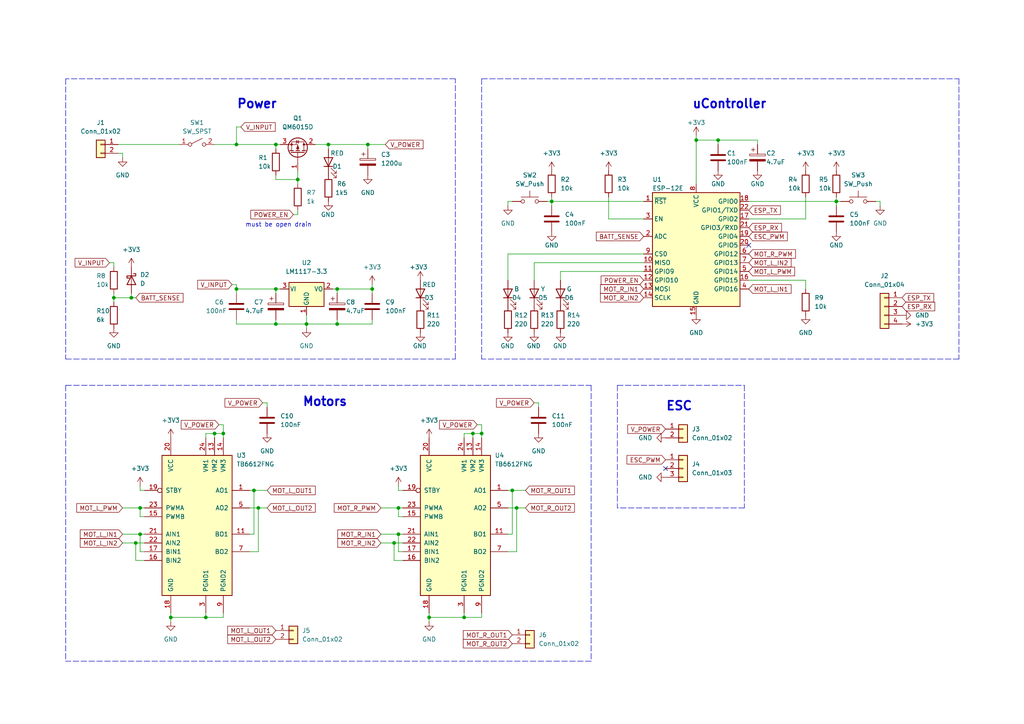
<source format=kicad_sch>
(kicad_sch (version 20211123) (generator eeschema)
  (paper "A4")
  (lib_symbols
    (symbol "Connector_Generic:Conn_01x02" (pin_names (offset 1.016) hide)
      (property "Reference" "J" (at 0 2.54 0))
      (property "Value" "Conn_01x02" (at 0 -5.08 0))
      (symbol "Conn_01x02_1_1"
        (rectangle (start -1.27 -2.413) (end 0 -2.667) (stroke (width 0.1524)))
        (rectangle (start -1.27 0.127) (end 0 -0.127) (stroke (width 0.1524)))
        (rectangle (start -1.27 1.27) (end 1.27 -3.81) (stroke (width 0.254)) (fill (type background)))
        (pin passive line (at -5.08 0 0) (length 3.81) (name "Pin_1") (number "1"))
        (pin passive line (at -5.08 -2.54 0) (length 3.81) (name "Pin_2") (number "2"))
      )
    )
    (symbol "Connector_Generic:Conn_01x03" (pin_names (offset 1.016) hide)
      (property "Reference" "J" (at 0 5.08 0))
      (property "Value" "Conn_01x03" (at 0 -5.08 0))
      (symbol "Conn_01x03_1_1"
        (rectangle (start -1.27 -2.413) (end 0 -2.667) (stroke (width 0.1524)))
        (rectangle (start -1.27 0.127) (end 0 -0.127) (stroke (width 0.1524)))
        (rectangle (start -1.27 2.667) (end 0 2.413) (stroke (width 0.1524)))
        (rectangle (start -1.27 3.81) (end 1.27 -3.81) (stroke (width 0.254)) (fill (type background)))
        (pin passive line (at -5.08 2.54 0) (length 3.81) (name "Pin_1") (number "1"))
        (pin passive line (at -5.08 0 0) (length 3.81) (name "Pin_2") (number "2"))
        (pin passive line (at -5.08 -2.54 0) (length 3.81) (name "Pin_3") (number "3"))
      )
    )
    (symbol "Connector_Generic:Conn_01x04" (pin_names (offset 1.016) hide)
      (property "Reference" "J" (at 0 5.08 0))
      (property "Value" "Conn_01x04" (at 0 -7.62 0))
      (symbol "Conn_01x04_1_1"
        (rectangle (start -1.27 -4.953) (end 0 -5.207) (stroke (width 0.1524)))
        (rectangle (start -1.27 -2.413) (end 0 -2.667) (stroke (width 0.1524)))
        (rectangle (start -1.27 0.127) (end 0 -0.127) (stroke (width 0.1524)))
        (rectangle (start -1.27 2.667) (end 0 2.413) (stroke (width 0.1524)))
        (rectangle (start -1.27 3.81) (end 1.27 -6.35) (stroke (width 0.254)) (fill (type background)))
        (pin passive line (at -5.08 2.54 0) (length 3.81) (name "Pin_1") (number "1"))
        (pin passive line (at -5.08 0 0) (length 3.81) (name "Pin_2") (number "2"))
        (pin passive line (at -5.08 -2.54 0) (length 3.81) (name "Pin_3") (number "3"))
        (pin passive line (at -5.08 -5.08 0) (length 3.81) (name "Pin_4") (number "4"))
      )
    )
    (symbol "Device:C" (pin_numbers hide) (pin_names (offset 0.254))
      (property "Reference" "C" (at 0.635 2.54 0))
      (property "Value" "C" (at 0.635 -2.54 0))
      (symbol "C_0_1"
        (polyline (pts (xy -2.032 -0.762) (xy 2.032 -0.762)) (stroke (width 0.508)))
        (polyline (pts (xy -2.032 0.762) (xy 2.032 0.762)) (stroke (width 0.508)))
      )
      (symbol "C_1_1"
        (pin passive line (at 0 3.81 270) (length 2.794) (name "~") (number "1"))
        (pin passive line (at 0 -3.81 90) (length 2.794) (name "~") (number "2"))
      )
    )
    (symbol "Device:C_Polarized" (pin_numbers hide) (pin_names (offset 0.254))
      (property "Reference" "C" (at 0.635 2.54 0))
      (property "Value" "C_Polarized" (at 0.635 -2.54 0))
      (symbol "C_Polarized_0_1"
        (rectangle (start -2.286 0.508) (end 2.286 1.016))
        (polyline (pts (xy -1.778 2.286) (xy -0.762 2.286)))
        (polyline (pts (xy -1.27 2.794) (xy -1.27 1.778)))
        (rectangle (start 2.286 -0.508) (end -2.286 -1.016) (fill (type outline)))
      )
      (symbol "C_Polarized_1_1"
        (pin passive line (at 0 3.81 270) (length 2.794) (name "~") (number "1"))
        (pin passive line (at 0 -3.81 90) (length 2.794) (name "~") (number "2"))
      )
    )
    (symbol "Device:D_Schottky" (pin_numbers hide) (pin_names (offset 1.016) hide)
      (property "Reference" "D" (at 0 2.54 0))
      (property "Value" "D_Schottky" (at 0 -2.54 0))
      (symbol "D_Schottky_0_1"
        (polyline (pts (xy 1.27 0) (xy -1.27 0)))
        (polyline (pts (xy 1.27 1.27) (xy 1.27 -1.27) (xy -1.27 0) (xy 1.27 1.27)) (stroke (width 0.254)))
        (polyline (pts (xy -1.905 0.635) (xy -1.905 1.27) (xy -1.27 1.27) (xy -1.27 -1.27) (xy -0.635 -1.27) (xy -0.635 -0.635)) (stroke (width 0.254)))
      )
      (symbol "D_Schottky_1_1"
        (pin passive line (at -3.81 0 0) (length 2.54) (name "K") (number "1"))
        (pin passive line (at 3.81 0 180) (length 2.54) (name "A") (number "2"))
      )
    )
    (symbol "Device:LED" (pin_numbers hide) (pin_names (offset 1.016) hide)
      (property "Reference" "D" (at 0 2.54 0))
      (property "Value" "LED" (at 0 -2.54 0))
      (symbol "LED_0_1"
        (polyline (pts (xy -1.27 -1.27) (xy -1.27 1.27)) (stroke (width 0.254)))
        (polyline (pts (xy -1.27 0) (xy 1.27 0)))
        (polyline (pts (xy 1.27 -1.27) (xy 1.27 1.27) (xy -1.27 0) (xy 1.27 -1.27)) (stroke (width 0.254)))
        (polyline (pts (xy -3.048 -0.762) (xy -4.572 -2.286) (xy -3.81 -2.286) (xy -4.572 -2.286) (xy -4.572 -1.524)))
        (polyline (pts (xy -1.778 -0.762) (xy -3.302 -2.286) (xy -2.54 -2.286) (xy -3.302 -2.286) (xy -3.302 -1.524)))
      )
      (symbol "LED_1_1"
        (pin passive line (at -3.81 0 0) (length 2.54) (name "K") (number "1"))
        (pin passive line (at 3.81 0 180) (length 2.54) (name "A") (number "2"))
      )
    )
    (symbol "Device:R" (pin_numbers hide) (pin_names (offset 0))
      (property "Reference" "R" (at 2.032 0 90))
      (property "Value" "R" (at 0 0 90))
      (symbol "R_0_1"
        (rectangle (start -1.016 -2.54) (end 1.016 2.54) (stroke (width 0.254)))
      )
      (symbol "R_1_1"
        (pin passive line (at 0 3.81 270) (length 1.27) (name "~") (number "1"))
        (pin passive line (at 0 -3.81 90) (length 1.27) (name "~") (number "2"))
      )
    )
    (symbol "Driver_Motor:TB6612FNG" (pin_names (offset 1.016))
      (property "Reference" "U" (at 11.43 17.78 0))
      (property "Value" "TB6612FNG" (at 11.43 15.24 0))
      (symbol "TB6612FNG_0_1"
        (rectangle (start -10.16 20.32) (end 10.16 -20.32) (stroke (width 0.254)) (fill (type background)))
      )
      (symbol "TB6612FNG_1_1"
        (pin output line (at 15.24 10.16 180) (length 5.08) (name "AO1") (number "1"))
        (pin passive line (at 7.62 -25.4 90) (length 5.08) hide (name "PGND2") (number "10"))
        (pin output line (at 15.24 -2.54 180) (length 5.08) (name "BO1") (number "11"))
        (pin passive line (at 15.24 -2.54 180) (length 5.08) hide (name "BO1") (number "12"))
        (pin power_in line (at 5.08 25.4 270) (length 5.08) (name "VM2") (number "13"))
        (pin power_in line (at 7.62 25.4 270) (length 5.08) (name "VM3") (number "14"))
        (pin input line (at -15.24 2.54 0) (length 5.08) (name "PWMB") (number "15"))
        (pin input line (at -15.24 -10.16 0) (length 5.08) (name "BIN2") (number "16"))
        (pin input line (at -15.24 -7.62 0) (length 5.08) (name "BIN1") (number "17"))
        (pin power_in line (at -7.62 -25.4 90) (length 5.08) (name "GND") (number "18"))
        (pin input inverted (at -15.24 10.16 0) (length 5.08) (name "STBY") (number "19"))
        (pin passive line (at 15.24 10.16 180) (length 5.08) hide (name "AO1") (number "2"))
        (pin power_in line (at -7.62 25.4 270) (length 5.08) (name "VCC") (number "20"))
        (pin input line (at -15.24 -2.54 0) (length 5.08) (name "AIN1") (number "21"))
        (pin input line (at -15.24 -5.08 0) (length 5.08) (name "AIN2") (number "22"))
        (pin input line (at -15.24 5.08 0) (length 5.08) (name "PWMA") (number "23"))
        (pin power_in line (at 2.54 25.4 270) (length 5.08) (name "VM1") (number "24"))
        (pin power_in line (at 2.54 -25.4 90) (length 5.08) (name "PGND1") (number "3"))
        (pin passive line (at 2.54 -25.4 90) (length 5.08) hide (name "PGND1") (number "4"))
        (pin output line (at 15.24 5.08 180) (length 5.08) (name "AO2") (number "5"))
        (pin passive line (at 15.24 5.08 180) (length 5.08) hide (name "AO2") (number "6"))
        (pin output line (at 15.24 -7.62 180) (length 5.08) (name "BO2") (number "7"))
        (pin passive line (at 15.24 -7.62 180) (length 5.08) hide (name "BO2") (number "8"))
        (pin power_in line (at 7.62 -25.4 90) (length 5.08) (name "PGND2") (number "9"))
      )
    )
    (symbol "RF_Module:ESP-12E"
      (property "Reference" "U" (at -12.7 19.05 0))
      (property "Value" "ESP-12E" (at 12.7 19.05 0))
      (symbol "ESP-12E_0_1"
        (rectangle (start -12.7 17.78) (end 12.7 -15.24) (stroke (width 0.254)) (fill (type background)))
      )
      (symbol "ESP-12E_1_1"
        (pin input line (at -15.24 15.24 0) (length 2.54) (name "~{RST}") (number "1"))
        (pin bidirectional line (at -15.24 -2.54 0) (length 2.54) (name "MISO") (number "10"))
        (pin bidirectional line (at -15.24 -5.08 0) (length 2.54) (name "GPIO9") (number "11"))
        (pin bidirectional line (at -15.24 -7.62 0) (length 2.54) (name "GPIO10") (number "12"))
        (pin bidirectional line (at -15.24 -10.16 0) (length 2.54) (name "MOSI") (number "13"))
        (pin bidirectional line (at -15.24 -12.7 0) (length 2.54) (name "SCLK") (number "14"))
        (pin power_in line (at 0 -17.78 90) (length 2.54) (name "GND") (number "15"))
        (pin bidirectional line (at 15.24 -7.62 180) (length 2.54) (name "GPIO15") (number "16"))
        (pin bidirectional line (at 15.24 10.16 180) (length 2.54) (name "GPIO2") (number "17"))
        (pin bidirectional line (at 15.24 15.24 180) (length 2.54) (name "GPIO0") (number "18"))
        (pin bidirectional line (at 15.24 5.08 180) (length 2.54) (name "GPIO4") (number "19"))
        (pin input line (at -15.24 5.08 0) (length 2.54) (name "ADC") (number "2"))
        (pin bidirectional line (at 15.24 2.54 180) (length 2.54) (name "GPIO5") (number "20"))
        (pin bidirectional line (at 15.24 7.62 180) (length 2.54) (name "GPIO3/RXD") (number "21"))
        (pin bidirectional line (at 15.24 12.7 180) (length 2.54) (name "GPIO1/TXD") (number "22"))
        (pin input line (at -15.24 10.16 0) (length 2.54) (name "EN") (number "3"))
        (pin bidirectional line (at 15.24 -10.16 180) (length 2.54) (name "GPIO16") (number "4"))
        (pin bidirectional line (at 15.24 -5.08 180) (length 2.54) (name "GPIO14") (number "5"))
        (pin bidirectional line (at 15.24 0 180) (length 2.54) (name "GPIO12") (number "6"))
        (pin bidirectional line (at 15.24 -2.54 180) (length 2.54) (name "GPIO13") (number "7"))
        (pin power_in line (at 0 20.32 270) (length 2.54) (name "VCC") (number "8"))
        (pin input line (at -15.24 0 0) (length 2.54) (name "CS0") (number "9"))
      )
    )
    (symbol "Regulator_Linear:LM1117-3.3" (pin_names (offset 0.254))
      (property "Reference" "U" (at -3.81 3.175 0))
      (property "Value" "LM1117-3.3" (at 0 3.175 0))
      (symbol "LM1117-3.3_0_1"
        (rectangle (start -5.08 -5.08) (end 5.08 1.905) (stroke (width 0.254)) (fill (type background)))
      )
      (symbol "LM1117-3.3_1_1"
        (pin power_in line (at 0 -7.62 90) (length 2.54) (name "GND") (number "1"))
        (pin power_out line (at 7.62 0 180) (length 2.54) (name "VO") (number "2"))
        (pin power_in line (at -7.62 0 0) (length 2.54) (name "VI") (number "3"))
      )
    )
    (symbol "Switch:SW_Push" (pin_numbers hide) (pin_names (offset 1.016) hide)
      (property "Reference" "SW" (at 1.27 2.54 0))
      (property "Value" "SW_Push" (at 0 -1.524 0))
      (symbol "SW_Push_0_1"
        (circle (center -2.032 0) (radius 0.508))
        (polyline (pts (xy 0 1.27) (xy 0 3.048)))
        (polyline (pts (xy 2.54 1.27) (xy -2.54 1.27)))
        (circle (center 2.032 0) (radius 0.508))
        (pin passive line (at -5.08 0 0) (length 2.54) (name "1") (number "1"))
        (pin passive line (at 5.08 0 180) (length 2.54) (name "2") (number "2"))
      )
    )
    (symbol "Switch:SW_SPST" (pin_names (offset 0) hide)
      (property "Reference" "SW" (at 0 3.175 0))
      (property "Value" "SW_SPST" (at 0 -2.54 0))
      (symbol "SW_SPST_0_0"
        (circle (center -2.032 0) (radius 0.508))
        (polyline (pts (xy -1.524 0.254) (xy 1.524 1.778)))
        (circle (center 2.032 0) (radius 0.508))
      )
      (symbol "SW_SPST_1_1"
        (pin passive line (at -5.08 0 0) (length 2.54) (name "A") (number "1"))
        (pin passive line (at 5.08 0 180) (length 2.54) (name "B") (number "2"))
      )
    )
    (symbol "Transistor_FET:QM6015D" (pin_names hide)
      (property "Reference" "Q" (at 5.08 1.905 0))
      (property "Value" "QM6015D" (at 5.08 0 0))
      (symbol "QM6015D_0_1"
        (polyline (pts (xy 0.254 0) (xy -2.54 0)))
        (polyline (pts (xy 0.254 1.905) (xy 0.254 -1.905)) (stroke (width 0.254)))
        (polyline (pts (xy 0.762 -1.27) (xy 0.762 -2.286)) (stroke (width 0.254)))
        (polyline (pts (xy 0.762 0.508) (xy 0.762 -0.508)) (stroke (width 0.254)))
        (polyline (pts (xy 0.762 2.286) (xy 0.762 1.27)) (stroke (width 0.254)))
        (polyline (pts (xy 2.54 2.54) (xy 2.54 1.778)))
        (polyline (pts (xy 2.54 -2.54) (xy 2.54 0) (xy 0.762 0)))
        (polyline (pts (xy 0.762 1.778) (xy 3.302 1.778) (xy 3.302 -1.778) (xy 0.762 -1.778)))
        (polyline (pts (xy 2.286 0) (xy 1.27 0.381) (xy 1.27 -0.381) (xy 2.286 0)) (fill (type outline)))
        (polyline (pts (xy 2.794 -0.508) (xy 2.921 -0.381) (xy 3.683 -0.381) (xy 3.81 -0.254)))
        (polyline (pts (xy 3.302 -0.381) (xy 2.921 0.254) (xy 3.683 0.254) (xy 3.302 -0.381)))
        (circle (center 1.651 0) (radius 2.794) (stroke (width 0.254)))
        (circle (center 2.54 -1.778) (radius 0.254) (fill (type outline)))
        (circle (center 2.54 1.778) (radius 0.254) (fill (type outline)))
      )
      (symbol "QM6015D_1_1"
        (pin passive line (at -5.08 0 0) (length 2.54) (name "G") (number "1"))
        (pin passive line (at 2.54 5.08 270) (length 2.54) (name "D") (number "2"))
        (pin passive line (at 2.54 -5.08 90) (length 2.54) (name "S") (number "3"))
      )
    )
    (symbol "power:+3.3V" (power) (pin_names (offset 0))
      (property "Value" "+3.3V" (at 0 3.556 0))
      (symbol "+3.3V_0_1"
        (polyline (pts (xy -0.762 1.27) (xy 0 2.54)))
        (polyline (pts (xy 0 0) (xy 0 2.54)))
        (polyline (pts (xy 0 2.54) (xy 0.762 1.27)))
      )
      (symbol "+3.3V_1_1"
        (pin power_in line (at 0 0 90) (length 0) hide (name "+3V3") (number "1"))
      )
    )
    (symbol "power:GND" (power) (pin_names (offset 0))
      (property "Value" "GND" (at 0 -3.81 0))
      (symbol "GND_0_1"
        (polyline (pts (xy 0 0) (xy 0 -1.27) (xy 1.27 -1.27) (xy 0 -2.54) (xy -1.27 -1.27) (xy 0 -1.27)))
      )
      (symbol "GND_1_1"
        (pin power_in line (at 0 0 270) (length 0) hide (name "GND") (number "1"))
      )
    )
  )
  (junction (at 149.86 147.32))
  (junction (at 40.64 147.32))
  (junction (at 208.28 40.64))
  (junction (at 148.59 142.24))
  (junction (at 80.01 93.98))
  (junction (at 134.62 179.07))
  (junction (at 73.66 142.24))
  (junction (at 49.53 179.07))
  (junction (at 95.25 41.91))
  (junction (at 139.7 125.73))
  (junction (at 124.46 179.07))
  (junction (at 115.57 154.94))
  (junction (at 201.93 40.64))
  (junction (at 115.57 147.32))
  (junction (at 59.69 179.07))
  (junction (at 106.68 41.91))
  (junction (at 38.1 86.36))
  (junction (at 107.95 83.82))
  (junction (at 62.23 125.73))
  (junction (at 68.58 41.91))
  (junction (at 242.57 58.42))
  (junction (at 97.79 83.82))
  (junction (at 40.64 154.94))
  (junction (at 33.02 86.36))
  (junction (at 114.3 157.48))
  (junction (at 68.58 83.82))
  (junction (at 97.79 93.98))
  (junction (at 160.02 58.42))
  (junction (at 39.37 157.48))
  (junction (at 80.01 83.82))
  (junction (at 88.9 93.98))
  (junction (at 80.01 41.91))
  (junction (at 64.77 125.73))
  (junction (at 74.93 147.32))
  (junction (at 86.36 52.07))
  (junction (at 137.16 125.73))
  (no_connect (at 217.17 71.12))
  (no_connect (at 193.04 135.89))
  (wire (pts (xy 219.71 41.91) (xy 219.71 40.64)))
  (wire (pts (xy 110.49 147.32) (xy 115.57 147.32)))
  (wire (pts (xy 40.64 142.24) (xy 41.91 142.24)))
  (wire (pts (xy 186.69 78.74) (xy 162.56 78.74)))
  (wire (pts (xy 35.56 154.94) (xy 40.64 154.94)))
  (wire (pts (xy 186.69 73.66) (xy 147.32 73.66)))
  (wire (pts (xy 160.02 58.42) (xy 186.69 58.42)))
  (wire (pts (xy 40.64 140.97) (xy 40.64 142.24)))
  (wire (pts (xy 72.39 142.24) (xy 73.66 142.24)))
  (wire (pts (xy 62.23 41.91) (xy 68.58 41.91)))
  (wire (pts (xy 68.58 41.91) (xy 68.58 36.83)))
  (wire (pts (xy 68.58 36.83) (xy 69.85 36.83)))
  (wire (pts (xy 114.3 162.56) (xy 116.84 162.56)))
  (wire (pts (xy 139.7 123.19) (xy 138.43 123.19)))
  (wire (pts (xy 95.25 41.91) (xy 106.68 41.91)))
  (wire (pts (xy 110.49 157.48) (xy 114.3 157.48)))
  (wire (pts (xy 233.68 81.28) (xy 233.68 83.82)))
  (wire (pts (xy 208.28 40.64) (xy 208.28 41.91)))
  (wire (pts (xy 35.56 157.48) (xy 39.37 157.48)))
  (wire (pts (xy 59.69 179.07) (xy 64.77 179.07)))
  (wire (pts (xy 39.37 162.56) (xy 41.91 162.56)))
  (wire (pts (xy 68.58 93.98) (xy 80.01 93.98)))
  (polyline (pts (xy 278.13 104.14) (xy 139.7 104.14)))
  (wire (pts (xy 80.01 93.98) (xy 80.01 92.71)))
  (wire (pts (xy 134.62 127) (xy 134.62 125.73)))
  (wire (pts (xy 242.57 58.42) (xy 243.84 58.42)))
  (wire (pts (xy 149.86 147.32) (xy 149.86 160.02)))
  (wire (pts (xy 40.64 160.02) (xy 40.64 154.94)))
  (wire (pts (xy 156.21 116.84) (xy 156.21 118.11)))
  (wire (pts (xy 124.46 179.07) (xy 124.46 177.8)))
  (wire (pts (xy 97.79 83.82) (xy 97.79 85.09)))
  (wire (pts (xy 80.01 93.98) (xy 88.9 93.98)))
  (wire (pts (xy 68.58 83.82) (xy 80.01 83.82)))
  (wire (pts (xy 73.66 142.24) (xy 77.47 142.24)))
  (wire (pts (xy 115.57 149.86) (xy 116.84 149.86)))
  (wire (pts (xy 49.53 179.07) (xy 49.53 177.8)))
  (wire (pts (xy 217.17 63.5) (xy 233.68 63.5)))
  (wire (pts (xy 110.49 154.94) (xy 115.57 154.94)))
  (polyline (pts (xy 19.05 111.76) (xy 171.45 111.76)))
  (wire (pts (xy 40.64 154.94) (xy 41.91 154.94)))
  (wire (pts (xy 139.7 179.07) (xy 139.7 177.8)))
  (wire (pts (xy 134.62 179.07) (xy 124.46 179.07)))
  (wire (pts (xy 137.16 125.73) (xy 137.16 127)))
  (wire (pts (xy 114.3 157.48) (xy 114.3 162.56)))
  (wire (pts (xy 137.16 125.73) (xy 139.7 125.73)))
  (wire (pts (xy 148.59 142.24) (xy 148.59 154.94)))
  (wire (pts (xy 59.69 179.07) (xy 59.69 177.8)))
  (wire (pts (xy 147.32 58.42) (xy 148.59 58.42)))
  (wire (pts (xy 91.44 41.91) (xy 95.25 41.91)))
  (wire (pts (xy 242.57 57.15) (xy 242.57 58.42)))
  (wire (pts (xy 134.62 179.07) (xy 134.62 177.8)))
  (wire (pts (xy 106.68 41.91) (xy 111.76 41.91)))
  (wire (pts (xy 80.01 43.18) (xy 80.01 41.91)))
  (wire (pts (xy 41.91 160.02) (xy 40.64 160.02)))
  (wire (pts (xy 115.57 142.24) (xy 116.84 142.24)))
  (polyline (pts (xy 171.45 191.77) (xy 19.05 191.77)))
  (wire (pts (xy 80.01 83.82) (xy 80.01 85.09)))
  (wire (pts (xy 106.68 41.91) (xy 106.68 43.18)))
  (wire (pts (xy 162.56 78.74) (xy 162.56 81.28)))
  (wire (pts (xy 88.9 93.98) (xy 97.79 93.98)))
  (polyline (pts (xy 19.05 22.86) (xy 19.05 104.14)))
  (wire (pts (xy 115.57 140.97) (xy 115.57 142.24)))
  (wire (pts (xy 107.95 83.82) (xy 107.95 85.09)))
  (wire (pts (xy 134.62 125.73) (xy 137.16 125.73)))
  (polyline (pts (xy 19.05 104.14) (xy 132.08 104.14)))
  (wire (pts (xy 31.75 76.2) (xy 33.02 76.2)))
  (wire (pts (xy 97.79 93.98) (xy 97.79 92.71)))
  (wire (pts (xy 217.17 81.28) (xy 233.68 81.28)))
  (wire (pts (xy 62.23 125.73) (xy 62.23 127)))
  (wire (pts (xy 39.37 157.48) (xy 39.37 162.56)))
  (wire (pts (xy 86.36 52.07) (xy 86.36 49.53)))
  (wire (pts (xy 80.01 83.82) (xy 81.28 83.82)))
  (wire (pts (xy 41.91 157.48) (xy 39.37 157.48)))
  (wire (pts (xy 33.02 86.36) (xy 33.02 87.63)))
  (polyline (pts (xy 139.7 22.86) (xy 278.13 22.86)))
  (wire (pts (xy 68.58 82.55) (xy 68.58 83.82)))
  (wire (pts (xy 41.91 147.32) (xy 40.64 147.32)))
  (polyline (pts (xy 215.9 147.32) (xy 179.07 147.32)))
  (wire (pts (xy 86.36 62.23) (xy 86.36 60.96)))
  (wire (pts (xy 64.77 123.19) (xy 63.5 123.19)))
  (wire (pts (xy 35.56 44.45) (xy 35.56 45.72)))
  (wire (pts (xy 147.32 142.24) (xy 148.59 142.24)))
  (wire (pts (xy 86.36 53.34) (xy 86.36 52.07)))
  (wire (pts (xy 254 58.42) (xy 255.27 58.42)))
  (wire (pts (xy 68.58 41.91) (xy 80.01 41.91)))
  (wire (pts (xy 147.32 147.32) (xy 149.86 147.32)))
  (wire (pts (xy 201.93 39.37) (xy 201.93 40.64)))
  (wire (pts (xy 34.29 44.45) (xy 35.56 44.45)))
  (polyline (pts (xy 171.45 111.76) (xy 171.45 191.77)))
  (wire (pts (xy 88.9 93.98) (xy 88.9 91.44)))
  (wire (pts (xy 154.94 116.84) (xy 156.21 116.84)))
  (wire (pts (xy 77.47 116.84) (xy 77.47 118.11)))
  (wire (pts (xy 34.29 41.91) (xy 52.07 41.91)))
  (wire (pts (xy 33.02 76.2) (xy 33.02 77.47)))
  (wire (pts (xy 116.84 147.32) (xy 115.57 147.32)))
  (wire (pts (xy 147.32 73.66) (xy 147.32 81.28)))
  (wire (pts (xy 80.01 50.8) (xy 80.01 52.07)))
  (polyline (pts (xy 179.07 111.76) (xy 179.07 147.32)))
  (polyline (pts (xy 139.7 22.86) (xy 139.7 104.14)))
  (wire (pts (xy 201.93 40.64) (xy 201.93 53.34)))
  (wire (pts (xy 88.9 93.98) (xy 88.9 95.25)))
  (wire (pts (xy 76.2 116.84) (xy 77.47 116.84)))
  (wire (pts (xy 73.66 142.24) (xy 73.66 154.94)))
  (wire (pts (xy 59.69 179.07) (xy 49.53 179.07)))
  (wire (pts (xy 242.57 58.42) (xy 242.57 59.69)))
  (wire (pts (xy 115.57 154.94) (xy 116.84 154.94)))
  (polyline (pts (xy 215.9 111.76) (xy 215.9 147.32)))
  (polyline (pts (xy 19.05 111.76) (xy 19.05 191.77)))
  (wire (pts (xy 148.59 154.94) (xy 147.32 154.94)))
  (wire (pts (xy 154.94 76.2) (xy 154.94 81.28)))
  (wire (pts (xy 255.27 58.42) (xy 255.27 59.69)))
  (wire (pts (xy 139.7 123.19) (xy 139.7 125.73)))
  (wire (pts (xy 160.02 58.42) (xy 160.02 59.69)))
  (wire (pts (xy 176.53 63.5) (xy 186.69 63.5)))
  (wire (pts (xy 40.64 147.32) (xy 40.64 149.86)))
  (wire (pts (xy 67.31 82.55) (xy 68.58 82.55)))
  (wire (pts (xy 64.77 179.07) (xy 64.77 177.8)))
  (wire (pts (xy 96.52 83.82) (xy 97.79 83.82)))
  (wire (pts (xy 74.93 160.02) (xy 72.39 160.02)))
  (polyline (pts (xy 132.08 104.14) (xy 132.08 22.86)))
  (wire (pts (xy 115.57 160.02) (xy 115.57 154.94)))
  (polyline (pts (xy 179.07 111.76) (xy 215.9 111.76)))
  (wire (pts (xy 64.77 125.73) (xy 64.77 127)))
  (wire (pts (xy 74.93 147.32) (xy 74.93 160.02)))
  (wire (pts (xy 107.95 93.98) (xy 107.95 92.71)))
  (wire (pts (xy 201.93 40.64) (xy 208.28 40.64)))
  (wire (pts (xy 115.57 147.32) (xy 115.57 149.86)))
  (wire (pts (xy 116.84 157.48) (xy 114.3 157.48)))
  (wire (pts (xy 147.32 59.69) (xy 147.32 58.42)))
  (wire (pts (xy 33.02 86.36) (xy 38.1 86.36)))
  (wire (pts (xy 64.77 123.19) (xy 64.77 125.73)))
  (wire (pts (xy 134.62 179.07) (xy 139.7 179.07)))
  (wire (pts (xy 38.1 86.36) (xy 39.37 86.36)))
  (polyline (pts (xy 278.13 22.86) (xy 278.13 104.14)))
  (wire (pts (xy 148.59 142.24) (xy 152.4 142.24)))
  (wire (pts (xy 73.66 154.94) (xy 72.39 154.94)))
  (wire (pts (xy 217.17 58.42) (xy 242.57 58.42)))
  (wire (pts (xy 149.86 147.32) (xy 152.4 147.32)))
  (wire (pts (xy 80.01 41.91) (xy 81.28 41.91)))
  (wire (pts (xy 95.25 41.91) (xy 95.25 43.18)))
  (wire (pts (xy 97.79 83.82) (xy 107.95 83.82)))
  (wire (pts (xy 160.02 57.15) (xy 160.02 58.42)))
  (wire (pts (xy 38.1 85.09) (xy 38.1 86.36)))
  (wire (pts (xy 72.39 147.32) (xy 74.93 147.32)))
  (wire (pts (xy 176.53 57.15) (xy 176.53 63.5)))
  (wire (pts (xy 68.58 85.09) (xy 68.58 83.82)))
  (wire (pts (xy 35.56 147.32) (xy 40.64 147.32)))
  (wire (pts (xy 85.09 62.23) (xy 86.36 62.23)))
  (wire (pts (xy 124.46 179.07) (xy 124.46 180.34)))
  (wire (pts (xy 59.69 127) (xy 59.69 125.73)))
  (wire (pts (xy 33.02 85.09) (xy 33.02 86.36)))
  (wire (pts (xy 80.01 52.07) (xy 86.36 52.07)))
  (wire (pts (xy 62.23 125.73) (xy 64.77 125.73)))
  (wire (pts (xy 158.75 58.42) (xy 160.02 58.42)))
  (wire (pts (xy 149.86 160.02) (xy 147.32 160.02)))
  (wire (pts (xy 233.68 63.5) (xy 233.68 57.15)))
  (wire (pts (xy 107.95 82.55) (xy 107.95 83.82)))
  (wire (pts (xy 186.69 76.2) (xy 154.94 76.2)))
  (wire (pts (xy 49.53 179.07) (xy 49.53 180.34)))
  (wire (pts (xy 116.84 160.02) (xy 115.57 160.02)))
  (wire (pts (xy 74.93 147.32) (xy 77.47 147.32)))
  (wire (pts (xy 139.7 125.73) (xy 139.7 127)))
  (wire (pts (xy 97.79 93.98) (xy 107.95 93.98)))
  (wire (pts (xy 68.58 92.71) (xy 68.58 93.98)))
  (wire (pts (xy 219.71 40.64) (xy 208.28 40.64)))
  (wire (pts (xy 40.64 149.86) (xy 41.91 149.86)))
  (wire (pts (xy 59.69 125.73) (xy 62.23 125.73)))
  (polyline (pts (xy 132.08 22.86) (xy 19.05 22.86)))
  (text "uController" (at 200.66 31.75 0) (effects (font (size 2.54 2.54) (thickness 0.508) bold) (justify left bottom)))
  (text "Motors" (at 87.63 118.11 0) (effects (font (size 2.54 2.54) (thickness 0.508) bold) (justify left bottom)))
  (text "Power" (at 68.58 31.75 0) (effects (font (size 2.54 2.54) (thickness 0.508) bold) (justify left bottom)))
  (text "must be open drain" (at 71.12 66.04 0) (effects (font (size 1.27 1.27)) (justify left bottom)))
  (text "ESC" (at 193.04 119.38 0) (effects (font (size 2.54 2.54) (thickness 0.508) bold) (justify left bottom)))
  (global_label "ESP_TX" (shape input) (at 261.62 86.36 0) (property "Intersheet References" "${INTERSHEET_REFS}" (effects hide)))
  (global_label "V_POWER" (shape input) (at 154.94 116.84 180) (property "Intersheet References" "${INTERSHEET_REFS}" (effects hide)))
  (global_label "MOT_L_IN2" (shape input) (at 35.56 157.48 180) (property "Intersheet References" "${INTERSHEET_REFS}" (effects hide)))
  (global_label "BATT_SENSE" (shape input) (at 186.69 68.58 180) (property "Intersheet References" "${INTERSHEET_REFS}" (effects hide)))
  (global_label "V_INPUT" (shape input) (at 69.85 36.83 0) (property "Intersheet References" "${INTERSHEET_REFS}" (effects hide)))
  (global_label "ESP_TX" (shape input) (at 217.17 60.96 0) (property "Intersheet References" "${INTERSHEET_REFS}" (effects hide)))
  (global_label "MOT_L_OUT1" (shape input) (at 77.47 142.24 0) (property "Intersheet References" "${INTERSHEET_REFS}" (effects hide)))
  (global_label "ESP_RX" (shape input) (at 217.17 66.04 0) (property "Intersheet References" "${INTERSHEET_REFS}" (effects hide)))
  (global_label "ESC_PWM" (shape input) (at 193.04 133.35 180) (property "Intersheet References" "${INTERSHEET_REFS}" (effects hide)))
  (global_label "V_POWER" (shape input) (at 138.43 123.19 180) (property "Intersheet References" "${INTERSHEET_REFS}" (effects hide)))
  (global_label "MOT_L_OUT1" (shape input) (at 80.01 182.88 180) (property "Intersheet References" "${INTERSHEET_REFS}" (effects hide)))
  (global_label "MOT_R_IN2" (shape input) (at 186.69 86.36 180) (property "Intersheet References" "${INTERSHEET_REFS}" (effects hide)))
  (global_label "MOT_L_OUT2" (shape input) (at 80.01 185.42 180) (property "Intersheet References" "${INTERSHEET_REFS}" (effects hide)))
  (global_label "V_INPUT" (shape input) (at 31.75 76.2 180) (property "Intersheet References" "${INTERSHEET_REFS}" (effects hide)))
  (global_label "ESP_RX" (shape input) (at 261.62 88.9 0) (property "Intersheet References" "${INTERSHEET_REFS}" (effects hide)))
  (global_label "MOT_R_OUT1" (shape input) (at 152.4 142.24 0) (property "Intersheet References" "${INTERSHEET_REFS}" (effects hide)))
  (global_label "MOT_R_OUT2" (shape input) (at 152.4 147.32 0) (property "Intersheet References" "${INTERSHEET_REFS}" (effects hide)))
  (global_label "MOT_R_PWM" (shape input) (at 217.17 73.66 0) (property "Intersheet References" "${INTERSHEET_REFS}" (effects hide)))
  (global_label "V_POWER" (shape input) (at 63.5 123.19 180) (property "Intersheet References" "${INTERSHEET_REFS}" (effects hide)))
  (global_label "V_POWER" (shape input) (at 76.2 116.84 180) (property "Intersheet References" "${INTERSHEET_REFS}" (effects hide)))
  (global_label "MOT_L_IN2" (shape input) (at 217.17 76.2 0) (property "Intersheet References" "${INTERSHEET_REFS}" (effects hide)))
  (global_label "POWER_EN" (shape input) (at 85.09 62.23 180) (property "Intersheet References" "${INTERSHEET_REFS}" (effects hide)))
  (global_label "ESC_PWM" (shape input) (at 217.17 68.58 0) (property "Intersheet References" "${INTERSHEET_REFS}" (effects hide)))
  (global_label "MOT_L_OUT2" (shape input) (at 77.47 147.32 0) (property "Intersheet References" "${INTERSHEET_REFS}" (effects hide)))
  (global_label "MOT_R_PWM" (shape input) (at 110.49 147.32 180) (property "Intersheet References" "${INTERSHEET_REFS}" (effects hide)))
  (global_label "MOT_L_IN1" (shape input) (at 217.17 83.82 0) (property "Intersheet References" "${INTERSHEET_REFS}" (effects hide)))
  (global_label "MOT_L_IN1" (shape input) (at 35.56 154.94 180) (property "Intersheet References" "${INTERSHEET_REFS}" (effects hide)))
  (global_label "MOT_L_PWM" (shape input) (at 35.56 147.32 180) (property "Intersheet References" "${INTERSHEET_REFS}" (effects hide)))
  (global_label "MOT_R_OUT2" (shape input) (at 148.59 186.69 180) (property "Intersheet References" "${INTERSHEET_REFS}" (effects hide)))
  (global_label "BATT_SENSE" (shape input) (at 39.37 86.36 0) (property "Intersheet References" "${INTERSHEET_REFS}" (effects hide)))
  (global_label "MOT_R_IN1" (shape input) (at 110.49 154.94 180) (property "Intersheet References" "${INTERSHEET_REFS}" (effects hide)))
  (global_label "MOT_L_PWM" (shape input) (at 217.17 78.74 0) (property "Intersheet References" "${INTERSHEET_REFS}" (effects hide)))
  (global_label "POWER_EN" (shape input) (at 186.69 81.28 180) (property "Intersheet References" "${INTERSHEET_REFS}" (effects hide)))
  (global_label "V_INPUT" (shape input) (at 67.31 82.55 180) (property "Intersheet References" "${INTERSHEET_REFS}" (effects hide)))
  (global_label "MOT_R_IN1" (shape input) (at 186.69 83.82 180) (property "Intersheet References" "${INTERSHEET_REFS}" (effects hide)))
  (global_label "V_POWER" (shape input) (at 193.04 124.46 180) (property "Intersheet References" "${INTERSHEET_REFS}" (effects hide)))
  (global_label "V_POWER" (shape input) (at 111.76 41.91 0) (property "Intersheet References" "${INTERSHEET_REFS}" (effects hide)))
  (global_label "MOT_R_OUT1" (shape input) (at 148.59 184.15 180) (property "Intersheet References" "${INTERSHEET_REFS}" (effects hide)))
  (global_label "MOT_R_IN2" (shape input) (at 110.49 157.48 180) (property "Intersheet References" "${INTERSHEET_REFS}" (effects hide)))
  (symbol (lib_id "Device:C") (at 160.02 63.5 0) (unit 1)
    (property "Reference" "C4" (at 163.83 62.2299 0) (effects (justify left)))
    (property "Value" "100nF" (at 163.83 64.7699 0) (effects (justify left)))
    (property "Footprint" "Capacitor_SMD:C_0805_2012Metric" (effects hide))
  )
  (symbol (lib_id "Device:R") (at 242.57 53.34 0) (unit 1)
    (property "Reference" "R5" (at 237.49 52.07 0) (effects (justify left)))
    (property "Value" "10k" (at 237.49 54.61 0) (effects (justify left)))
    (property "Footprint" "Resistor_SMD:R_0805_2012Metric" (effects hide))
  )
  (symbol (lib_id "power:GND") (at 154.94 96.52 0) (unit 1)
    (property "Reference" "#PWR026" (effects hide))
    (property "Value" "GND" (at 156.845 100.33 0) (effects (justify right)))
  )
  (symbol (lib_id "Device:C") (at 107.95 88.9 0) (unit 1)
    (property "Reference" "C9" (at 111.76 87.6299 0) (effects (justify left)))
    (property "Value" "100nF" (at 111.76 90.1699 0) (effects (justify left)))
    (property "Footprint" "Capacitor_SMD:C_0805_2012Metric" (effects hide))
  )
  (symbol (lib_id "Connector_Generic:Conn_01x04") (at 256.54 88.9 0) (mirror y) (unit 1)
    (property "Reference" "J2" (at 256.54 80.01 0))
    (property "Value" "Conn_01x04" (at 256.54 82.55 0))
    (property "Footprint" "Connector_PinHeader_2.54mm:PinHeader_1x04_P2.54mm_Vertical" (effects hide))
  )
  (symbol (lib_id "Driver_Motor:TB6612FNG") (at 57.15 152.4 0) (unit 1)
    (property "Reference" "U3" (at 68.58 132.08 0) (effects (justify left)))
    (property "Value" "TB6612FNG" (at 68.58 134.62 0) (effects (justify left)))
    (property "Footprint" "Package_SO:SSOP-24_5.3x8.2mm_P0.65mm" (effects hide))
    (property "Datasheet" "https://toshiba.semicon-storage.com/us/product/linear/motordriver/detail.TB6612FNG.html" (effects hide))
  )
  (symbol (lib_id "power:+3.3V") (at 261.62 93.98 270) (unit 1)
    (property "Reference" "#PWR021" (effects hide))
    (property "Value" "+3.3V" (at 265.43 93.9799 90) (effects (justify left)))
  )
  (symbol (lib_id "Connector_Generic:Conn_01x02") (at 198.12 124.46 0) (unit 1)
    (property "Reference" "J3" (at 200.66 124.4599 0) (effects (justify left)))
    (property "Value" "Conn_01x02" (at 200.66 126.9999 0) (effects (justify left)))
    (property "Footprint" "Connector_AMASS:AMASS_XT30U-F_1x02_P5.0mm_Vertical" (effects hide))
  )
  (symbol (lib_id "power:+3.3V") (at 107.95 82.55 0) (unit 1)
    (property "Reference" "#PWR017" (effects hide))
    (property "Value" "+3.3V" (at 107.95 77.47 0))
  )
  (symbol (lib_id "power:+3.3V") (at 233.68 49.53 0) (unit 1)
    (property "Reference" "#PWR07" (effects hide))
    (property "Value" "+3.3V" (at 233.68 44.45 0))
  )
  (symbol (lib_id "power:GND") (at 121.92 96.52 0) (unit 1)
    (property "Reference" "#PWR024" (effects hide))
    (property "Value" "GND" (at 123.825 100.33 0) (effects (justify right)))
  )
  (symbol (lib_id "Transistor_FET:QM6015D") (at 86.36 44.45 270) (mirror x) (unit 1)
    (property "Reference" "Q1" (at 86.36 34.29 90))
    (property "Value" "QM6015D" (at 86.36 36.83 90))
    (property "Footprint" "Package_TO_SOT_SMD:TO-252-2" (effects hide))
    (property "Datasheet" "http://www.jaolen.com/images/pdf/QM6015D.pdf" (effects hide))
  )
  (symbol (lib_id "Device:R") (at 233.68 87.63 0) (unit 1)
    (property "Reference" "R9" (at 236.22 86.3599 0) (effects (justify left)))
    (property "Value" "10k" (at 236.22 88.8999 0) (effects (justify left)))
    (property "Footprint" "Resistor_SMD:R_0805_2012Metric" (effects hide))
  )
  (symbol (lib_id "Driver_Motor:TB6612FNG") (at 132.08 152.4 0) (unit 1)
    (property "Reference" "U4" (at 143.51 132.08 0) (effects (justify left)))
    (property "Value" "TB6612FNG" (at 143.51 134.62 0) (effects (justify left)))
    (property "Footprint" "Package_SO:SSOP-24_5.3x8.2mm_P0.65mm" (effects hide))
    (property "Datasheet" "https://toshiba.semicon-storage.com/us/product/linear/motordriver/detail.TB6612FNG.html" (effects hide))
  )
  (symbol (lib_id "Device:C") (at 242.57 63.5 0) (unit 1)
    (property "Reference" "C5" (at 246.38 62.2299 0) (effects (justify left)))
    (property "Value" "100nF" (at 246.38 64.7699 0) (effects (justify left)))
    (property "Footprint" "Capacitor_SMD:C_0805_2012Metric" (effects hide))
  )
  (symbol (lib_id "Device:R") (at 160.02 53.34 0) (unit 1)
    (property "Reference" "R2" (at 162.56 52.0699 0) (effects (justify left)))
    (property "Value" "10k" (at 162.56 54.6099 0) (effects (justify left)))
    (property "Footprint" "Resistor_SMD:R_0805_2012Metric" (effects hide))
  )
  (symbol (lib_id "power:+3.3V") (at 121.92 81.28 0) (unit 1)
    (property "Reference" "#PWR016" (effects hide))
    (property "Value" "+3.3V" (at 118.745 77.47 0) (effects (justify left)))
  )
  (symbol (lib_id "RF_Module:ESP-12E") (at 201.93 73.66 0) (unit 1)
    (property "Reference" "U1" (at 189.23 52.07 0) (effects (justify left)))
    (property "Value" "ESP-12E" (at 189.23 54.61 0) (effects (justify left)))
    (property "Footprint" "RF_Module:ESP-12E" (effects hide))
    (property "Datasheet" "http://wiki.ai-thinker.com/_media/esp8266/esp8266_series_modules_user_manual_v1.1.pdf" (effects hide))
  )
  (symbol (lib_id "power:+3.3V") (at 49.53 127 0) (unit 1)
    (property "Reference" "#PWR030" (effects hide))
    (property "Value" "+3.3V" (at 49.53 121.92 0))
  )
  (symbol (lib_id "Connector_Generic:Conn_01x03") (at 198.12 135.89 0) (unit 1)
    (property "Reference" "J4" (at 200.66 134.6199 0) (effects (justify left)))
    (property "Value" "Conn_01x03" (at 200.66 137.1599 0) (effects (justify left)))
    (property "Footprint" "Connector_PinHeader_2.54mm:PinHeader_1x03_P2.54mm_Vertical" (effects hide))
  )
  (symbol (lib_id "Device:LED") (at 162.56 85.09 90) (unit 1)
    (property "Reference" "D6" (at 165.1 86.36 90))
    (property "Value" "G" (at 165.1 83.82 90))
    (property "Footprint" "LED_SMD:LED_0805_2012Metric" (effects hide))
  )
  (symbol (lib_id "Device:R") (at 121.92 92.71 0) (unit 1)
    (property "Reference" "R11" (at 125.73 91.44 0))
    (property "Value" "220" (at 125.73 93.98 0))
    (property "Footprint" "Resistor_SMD:R_0805_2012Metric" (effects hide))
  )
  (symbol (lib_id "power:GND") (at 242.57 67.31 0) (unit 1)
    (property "Reference" "#PWR014" (effects hide))
    (property "Value" "GND" (at 242.57 71.12 0))
  )
  (symbol (lib_id "power:+3.3V") (at 115.57 140.97 0) (unit 1)
    (property "Reference" "#PWR035" (effects hide))
    (property "Value" "+3.3V" (at 115.57 135.89 0))
  )
  (symbol (lib_id "power:GND") (at 88.9 95.25 0) (unit 1)
    (property "Reference" "#PWR023" (effects hide))
    (property "Value" "GND" (at 88.9 100.33 0))
  )
  (symbol (lib_id "power:GND") (at 160.02 67.31 0) (unit 1)
    (property "Reference" "#PWR013" (effects hide))
    (property "Value" "GND" (at 160.02 71.12 0))
  )
  (symbol (lib_id "power:GND") (at 124.46 180.34 0) (unit 1)
    (property "Reference" "#PWR037" (effects hide))
    (property "Value" "GND" (at 124.46 185.42 0))
  )
  (symbol (lib_id "Connector_Generic:Conn_01x02") (at 153.67 184.15 0) (unit 1)
    (property "Reference" "J6" (at 156.21 184.1499 0) (effects (justify left)))
    (property "Value" "Conn_01x02" (at 156.21 186.6899 0) (effects (justify left)))
    (property "Footprint" "Connector_PinHeader_2.54mm:PinHeader_1x02_P2.54mm_Vertical" (effects hide))
  )
  (symbol (lib_id "power:GND") (at 35.56 45.72 0) (unit 1)
    (property "Reference" "#PWR02" (effects hide))
    (property "Value" "GND" (at 35.56 50.8 0))
  )
  (symbol (lib_id "Switch:SW_Push") (at 248.92 58.42 0) (unit 1)
    (property "Reference" "SW3" (at 248.92 50.8 0))
    (property "Value" "SW_Push" (at 248.92 53.34 0))
    (property "Footprint" "Button_Switch_SMD:SW_Push_1P1T_NO_6x6mm_H9.5mm" (effects hide))
  )
  (symbol (lib_id "power:+3.3V") (at 176.53 49.53 0) (unit 1)
    (property "Reference" "#PWR04" (effects hide))
    (property "Value" "+3.3V" (at 176.53 44.45 0))
  )
  (symbol (lib_id "power:+3.3V") (at 201.93 39.37 0) (unit 1)
    (property "Reference" "#PWR01" (effects hide))
    (property "Value" "+3.3V" (at 201.93 35.56 0))
  )
  (symbol (lib_id "power:GND") (at 33.02 95.25 0) (unit 1)
    (property "Reference" "#PWR022" (effects hide))
    (property "Value" "GND" (at 33.02 100.33 0))
  )
  (symbol (lib_id "power:+3.3V") (at 160.02 49.53 0) (unit 1)
    (property "Reference" "#PWR03" (effects hide))
    (property "Value" "+3.3V" (at 160.02 44.45 0))
  )
  (symbol (lib_id "power:GND") (at 193.04 127 270) (unit 1)
    (property "Reference" "#PWR032" (effects hide))
    (property "Value" "GND" (at 189.23 126.9999 90) (effects (justify right)))
  )
  (symbol (lib_id "Device:C_Polarized") (at 97.79 88.9 0) (unit 1)
    (property "Reference" "C8" (at 100.33 87.63 0) (effects (justify left)))
    (property "Value" "4.7uF" (at 100.33 90.17 0) (effects (justify left)))
    (property "Footprint" "Capacitor_Tantalum_SMD:CP_EIA-3216-18_Kemet-A" (effects hide))
  )
  (symbol (lib_id "power:GND") (at 49.53 180.34 0) (unit 1)
    (property "Reference" "#PWR036" (effects hide))
    (property "Value" "GND" (at 49.53 185.42 0))
  )
  (symbol (lib_id "Device:LED") (at 154.94 85.09 90) (unit 1)
    (property "Reference" "D5" (at 157.48 86.36 90))
    (property "Value" "Y" (at 157.48 83.82 90))
    (property "Footprint" "LED_SMD:LED_0805_2012Metric" (effects hide))
  )
  (symbol (lib_id "Device:C_Polarized") (at 80.01 88.9 0) (unit 1)
    (property "Reference" "C7" (at 73.66 87.63 0) (effects (justify left)))
    (property "Value" "4.7uF" (at 71.12 90.17 0) (effects (justify left)))
    (property "Footprint" "Capacitor_Tantalum_SMD:CP_EIA-3216-18_Kemet-A" (effects hide))
  )
  (symbol (lib_id "power:GND") (at 147.32 59.69 0) (unit 1)
    (property "Reference" "#PWR011" (effects hide))
    (property "Value" "GND" (at 147.32 64.77 0))
  )
  (symbol (lib_id "Device:R") (at 233.68 53.34 0) (unit 1)
    (property "Reference" "R4" (at 228.6 52.07 0) (effects (justify left)))
    (property "Value" "10k" (at 228.6 54.61 0) (effects (justify left)))
    (property "Footprint" "Resistor_SMD:R_0805_2012Metric" (effects hide))
  )
  (symbol (lib_id "Device:LED") (at 121.92 85.09 90) (unit 1)
    (property "Reference" "D3" (at 124.46 86.36 90))
    (property "Value" "RED" (at 124.46 82.55 90))
    (property "Footprint" "LED_SMD:LED_0805_2012Metric" (effects hide))
  )
  (symbol (lib_id "Device:R") (at 154.94 92.71 0) (unit 1)
    (property "Reference" "R13" (at 158.75 91.44 0))
    (property "Value" "220" (at 158.75 93.98 0))
    (property "Footprint" "Resistor_SMD:R_0805_2012Metric" (effects hide))
  )
  (symbol (lib_id "Device:R") (at 162.56 92.71 0) (unit 1)
    (property "Reference" "R14" (at 166.37 91.44 0))
    (property "Value" "220" (at 166.37 93.98 0))
    (property "Footprint" "Resistor_SMD:R_0805_2012Metric" (effects hide))
  )
  (symbol (lib_id "Device:C") (at 77.47 121.92 0) (unit 1)
    (property "Reference" "C10" (at 81.28 120.6499 0) (effects (justify left)))
    (property "Value" "100nF" (at 81.28 123.1899 0) (effects (justify left)))
    (property "Footprint" "Capacitor_SMD:C_0805_2012Metric" (effects hide))
  )
  (symbol (lib_id "Regulator_Linear:LM1117-3.3") (at 88.9 83.82 0) (unit 1)
    (property "Reference" "U2" (at 88.9 76.2 0))
    (property "Value" "LM1117-3.3" (at 88.9 78.74 0))
    (property "Footprint" "Package_TO_SOT_SMD:SOT-223-3_TabPin2" (effects hide))
    (property "Datasheet" "http://www.ti.com/lit/ds/symlink/lm1117.pdf" (effects hide))
  )
  (symbol (lib_id "Device:C_Polarized") (at 106.68 46.99 0) (unit 1)
    (property "Reference" "C3" (at 110.49 44.8309 0) (effects (justify left)))
    (property "Value" "1200u" (at 110.49 47.3709 0) (effects (justify left)))
    (property "Footprint" "Capacitor_THT:CP_Radial_D10.0mm_P7.50mm" (effects hide))
  )
  (symbol (lib_id "power:+3.3V") (at 124.46 127 0) (unit 1)
    (property "Reference" "#PWR031" (effects hide))
    (property "Value" "+3.3V" (at 124.46 121.92 0))
  )
  (symbol (lib_id "power:+3.3V") (at 38.1 77.47 0) (unit 1)
    (property "Reference" "#PWR015" (effects hide))
    (property "Value" "+3.3V" (at 38.1 72.39 0))
  )
  (symbol (lib_id "Device:C") (at 156.21 121.92 0) (unit 1)
    (property "Reference" "C11" (at 160.02 120.6499 0) (effects (justify left)))
    (property "Value" "100nF" (at 160.02 123.1899 0) (effects (justify left)))
    (property "Footprint" "Capacitor_SMD:C_0805_2012Metric" (effects hide))
  )
  (symbol (lib_id "Connector_Generic:Conn_01x02") (at 85.09 182.88 0) (unit 1)
    (property "Reference" "J5" (at 87.63 182.8799 0) (effects (justify left)))
    (property "Value" "Conn_01x02" (at 87.63 185.4199 0) (effects (justify left)))
    (property "Footprint" "Connector_PinHeader_2.54mm:PinHeader_1x02_P2.54mm_Vertical" (effects hide))
  )
  (symbol (lib_id "Device:LED") (at 147.32 85.09 90) (unit 1)
    (property "Reference" "D4" (at 149.86 86.36 90))
    (property "Value" "B" (at 149.86 83.82 90))
    (property "Footprint" "LED_SMD:LED_0805_2012Metric" (effects hide))
  )
  (symbol (lib_id "Device:LED") (at 95.25 46.99 90) (unit 1)
    (property "Reference" "D1" (at 97.79 48.26 90))
    (property "Value" "RED" (at 97.79 44.45 90))
    (property "Footprint" "LED_SMD:LED_0805_2012Metric" (effects hide))
  )
  (symbol (lib_id "power:GND") (at 77.47 125.73 0) (unit 1)
    (property "Reference" "#PWR028" (effects hide))
    (property "Value" "GND" (at 77.47 130.81 0))
  )
  (symbol (lib_id "Device:R") (at 80.01 46.99 0) (unit 1)
    (property "Reference" "R1" (at 74.93 45.72 0) (effects (justify left)))
    (property "Value" "10k" (at 74.93 48.26 0) (effects (justify left)))
    (property "Footprint" "Resistor_SMD:R_0805_2012Metric" (effects hide))
  )
  (symbol (lib_id "power:GND") (at 255.27 59.69 0) (unit 1)
    (property "Reference" "#PWR012" (effects hide))
    (property "Value" "GND" (at 255.27 64.77 0))
  )
  (symbol (lib_id "power:GND") (at 95.25 58.42 0) (unit 1)
    (property "Reference" "#PWR010" (effects hide))
    (property "Value" "GND" (at 97.155 62.23 0) (effects (justify right)))
  )
  (symbol (lib_id "Device:C_Polarized") (at 219.71 45.72 0) (unit 1)
    (property "Reference" "C2" (at 222.25 44.45 0) (effects (justify left)))
    (property "Value" "4.7uF" (at 222.25 46.99 0) (effects (justify left)))
    (property "Footprint" "Capacitor_Tantalum_SMD:CP_EIA-3216-18_Kemet-A" (effects hide))
  )
  (symbol (lib_id "power:GND") (at 106.68 50.8 0) (unit 1)
    (property "Reference" "#PWR09" (effects hide))
    (property "Value" "GND" (at 106.68 55.88 0))
  )
  (symbol (lib_id "power:GND") (at 147.32 96.52 0) (unit 1)
    (property "Reference" "#PWR025" (effects hide))
    (property "Value" "GND" (at 149.225 100.33 0) (effects (justify right)))
  )
  (symbol (lib_id "Switch:SW_SPST") (at 57.15 41.91 0) (unit 1)
    (property "Reference" "SW1" (at 57.15 35.56 0))
    (property "Value" "SW_SPST" (at 57.15 38.1 0))
    (property "Footprint" "Connector_AMASS:AMASS_XT30U-F_1x02_P5.0mm_Vertical" (effects hide))
  )
  (symbol (lib_id "power:+3.3V") (at 40.64 140.97 0) (unit 1)
    (property "Reference" "#PWR034" (effects hide))
    (property "Value" "+3.3V" (at 40.64 135.89 0))
  )
  (symbol (lib_id "power:GND") (at 219.71 49.53 0) (unit 1)
    (property "Reference" "#PWR06" (effects hide))
    (property "Value" "GND" (at 219.71 53.34 0))
  )
  (symbol (lib_id "power:GND") (at 201.93 91.44 0) (unit 1)
    (property "Reference" "#PWR018" (effects hide))
    (property "Value" "GND" (at 201.93 96.52 0))
  )
  (symbol (lib_id "power:GND") (at 193.04 138.43 270) (unit 1)
    (property "Reference" "#PWR033" (effects hide))
    (property "Value" "GND" (at 189.23 138.4299 90) (effects (justify right)))
  )
  (symbol (lib_id "Device:R") (at 147.32 92.71 0) (unit 1)
    (property "Reference" "R12" (at 151.13 91.44 0))
    (property "Value" "220" (at 151.13 93.98 0))
    (property "Footprint" "Resistor_SMD:R_0805_2012Metric" (effects hide))
  )
  (symbol (lib_id "power:+3.3V") (at 242.57 49.53 0) (unit 1)
    (property "Reference" "#PWR08" (effects hide))
    (property "Value" "+3.3V" (at 242.57 44.45 0))
  )
  (symbol (lib_id "power:GND") (at 162.56 96.52 0) (unit 1)
    (property "Reference" "#PWR027" (effects hide))
    (property "Value" "GND" (at 164.465 100.33 0) (effects (justify right)))
  )
  (symbol (lib_id "Device:R") (at 95.25 54.61 0) (unit 1)
    (property "Reference" "R6" (at 99.06 53.34 0))
    (property "Value" "1k5" (at 99.06 55.88 0))
    (property "Footprint" "Resistor_SMD:R_0805_2012Metric" (effects hide))
  )
  (symbol (lib_id "Device:R") (at 33.02 91.44 0) (unit 1)
    (property "Reference" "R10" (at 27.94 90.17 0) (effects (justify left)))
    (property "Value" "6k" (at 27.94 92.71 0) (effects (justify left)))
    (property "Footprint" "Resistor_SMD:R_0805_2012Metric" (effects hide))
  )
  (symbol (lib_id "Device:R") (at 86.36 57.15 0) (unit 1)
    (property "Reference" "R7" (at 88.9 55.8799 0) (effects (justify left)))
    (property "Value" "1k" (at 88.9 58.4199 0) (effects (justify left)))
    (property "Footprint" "Resistor_SMD:R_0805_2012Metric" (effects hide))
  )
  (symbol (lib_id "Device:R") (at 33.02 81.28 0) (unit 1)
    (property "Reference" "R8" (at 27.94 80.01 0) (effects (justify left)))
    (property "Value" "10k" (at 27.94 82.55 0) (effects (justify left)))
    (property "Footprint" "Resistor_SMD:R_0805_2012Metric" (effects hide))
  )
  (symbol (lib_id "Device:C") (at 208.28 45.72 0) (unit 1)
    (property "Reference" "C1" (at 210.82 44.45 0) (effects (justify left)))
    (property "Value" "100nF" (at 210.82 46.99 0) (effects (justify left)))
    (property "Footprint" "Capacitor_SMD:C_0805_2012Metric" (effects hide))
  )
  (symbol (lib_id "Device:C") (at 68.58 88.9 0) (unit 1)
    (property "Reference" "C6" (at 62.23 87.63 0) (effects (justify left)))
    (property "Value" "100nF" (at 59.69 90.17 0) (effects (justify left)))
    (property "Footprint" "Capacitor_SMD:C_0805_2012Metric" (effects hide))
  )
  (symbol (lib_id "Device:D_Schottky") (at 38.1 81.28 270) (unit 1)
    (property "Reference" "D2" (at 40.64 79.6924 90) (effects (justify left)))
    (property "Value" "D" (at 40.64 82.2324 90) (effects (justify left)))
    (property "Footprint" "Diode_SMD:D_0805_2012Metric" (effects hide))
  )
  (symbol (lib_id "Device:R") (at 176.53 53.34 0) (unit 1)
    (property "Reference" "R3" (at 179.07 52.0699 0) (effects (justify left)))
    (property "Value" "10k" (at 179.07 54.6099 0) (effects (justify left)))
    (property "Footprint" "Resistor_SMD:R_0805_2012Metric" (effects hide))
  )
  (symbol (lib_id "power:GND") (at 233.68 91.44 0) (unit 1)
    (property "Reference" "#PWR019" (effects hide))
    (property "Value" "GND" (at 233.68 96.52 0))
  )
  (symbol (lib_id "power:GND") (at 208.28 49.53 0) (unit 1)
    (property "Reference" "#PWR05" (effects hide))
    (property "Value" "GND" (at 208.28 53.34 0))
  )
  (symbol (lib_id "Switch:SW_Push") (at 153.67 58.42 0) (unit 1)
    (property "Reference" "SW2" (at 153.67 50.8 0))
    (property "Value" "SW_Push" (at 153.67 53.34 0))
    (property "Footprint" "Button_Switch_SMD:SW_Push_1P1T_NO_6x6mm_H9.5mm" (effects hide))
  )
  (symbol (lib_id "Connector_Generic:Conn_01x02") (at 29.21 41.91 0) (mirror y) (unit 1)
    (property "Reference" "J1" (at 29.21 35.56 0))
    (property "Value" "Conn_01x02" (at 29.21 38.1 0))
    (property "Footprint" "Connector_AMASS:AMASS_XT30U-F_1x02_P5.0mm_Vertical" (effects hide))
  )
  (symbol (lib_id "power:GND") (at 156.21 125.73 0) (unit 1)
    (property "Reference" "#PWR029" (effects hide))
    (property "Value" "GND" (at 156.21 130.81 0))
  )
  (symbol (lib_id "power:GND") (at 261.62 91.44 90) (unit 1)
    (property "Reference" "#PWR020" (effects hide))
    (property "Value" "GND" (at 265.43 91.4399 90) (effects (justify right)))
  )
)
</source>
